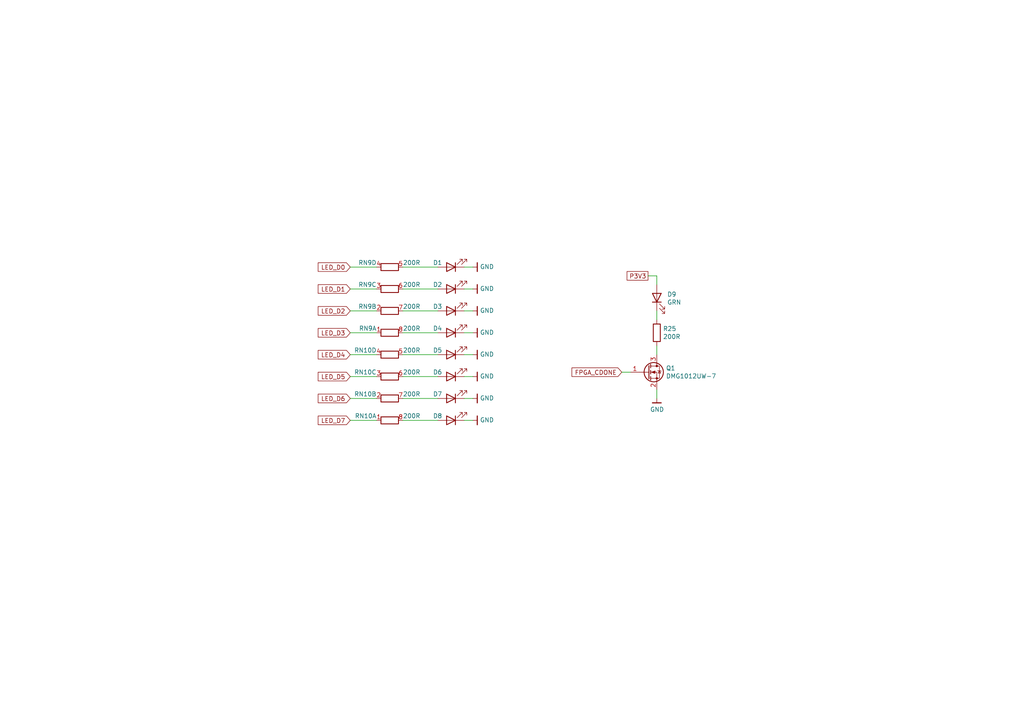
<source format=kicad_sch>
(kicad_sch (version 20231120) (generator "eeschema") (generator_version "8.0")
  (paper "A4")
  (lib_symbols
    (symbol "Device:LED" (pin_numbers hide) (pin_names (offset 1.016) hide)
      (property "Reference" "D" (at 0 2.54 0))
      (property "Value" "LED" (at 0 -2.54 0))
      (symbol "LED_0_1"
        (polyline (pts (xy -1.27 -1.27) (xy -1.27 1.27)) (stroke (width 0.254)))
        (polyline (pts (xy -1.27 0) (xy 1.27 0)))
        (polyline (pts (xy 1.27 -1.27) (xy 1.27 1.27) (xy -1.27 0) (xy 1.27 -1.27)) (stroke (width 0.254)))
        (polyline (pts (xy -3.048 -0.762) (xy -4.572 -2.286) (xy -3.81 -2.286) (xy -4.572 -2.286) (xy -4.572 -1.524)))
        (polyline (pts (xy -1.778 -0.762) (xy -3.302 -2.286) (xy -2.54 -2.286) (xy -3.302 -2.286) (xy -3.302 -1.524)))
      )
      (symbol "LED_1_1"
        (pin passive line (at -3.81 0 0) (length 2.54) (name "K") (number "1"))
        (pin passive line (at 3.81 0 180) (length 2.54) (name "A") (number "2"))
      )
    )
    (symbol "Device:Q_NMOS_GSD" (pin_names (offset 0) hide)
      (property "Reference" "Q" (at 5.08 1.27 0))
      (property "Value" "Q_NMOS_GSD" (at 5.08 -1.27 0))
      (symbol "Q_NMOS_GSD_0_1"
        (polyline (pts (xy 0.254 0) (xy -2.54 0)))
        (polyline (pts (xy 0.254 1.905) (xy 0.254 -1.905)) (stroke (width 0.254)))
        (polyline (pts (xy 0.762 -1.27) (xy 0.762 -2.286)) (stroke (width 0.254)))
        (polyline (pts (xy 0.762 0.508) (xy 0.762 -0.508)) (stroke (width 0.254)))
        (polyline (pts (xy 0.762 2.286) (xy 0.762 1.27)) (stroke (width 0.254)))
        (polyline (pts (xy 2.54 2.54) (xy 2.54 1.778)))
        (polyline (pts (xy 2.54 -2.54) (xy 2.54 0) (xy 0.762 0)))
        (polyline (pts (xy 0.762 -1.778) (xy 3.302 -1.778) (xy 3.302 1.778) (xy 0.762 1.778)))
        (polyline (pts (xy 1.016 0) (xy 2.032 0.381) (xy 2.032 -0.381) (xy 1.016 0)) (fill (type outline)))
        (polyline (pts (xy 2.794 0.508) (xy 2.921 0.381) (xy 3.683 0.381) (xy 3.81 0.254)))
        (polyline (pts (xy 3.302 0.381) (xy 2.921 -0.254) (xy 3.683 -0.254) (xy 3.302 0.381)))
        (circle (center 1.651 0) (radius 2.794) (stroke (width 0.254)))
        (circle (center 2.54 -1.778) (radius 0.254) (fill (type outline)))
        (circle (center 2.54 1.778) (radius 0.254) (fill (type outline)))
      )
      (symbol "Q_NMOS_GSD_1_1"
        (pin input line (at -5.08 0 0) (length 2.54) (name "G") (number "1"))
        (pin passive line (at 2.54 -5.08 90) (length 2.54) (name "S") (number "2"))
        (pin passive line (at 2.54 5.08 270) (length 2.54) (name "D") (number "3"))
      )
    )
    (symbol "Device:R" (pin_numbers hide) (pin_names (offset 0))
      (property "Reference" "R" (at 2.032 0 90))
      (property "Value" "R" (at 0 0 90))
      (symbol "R_0_1"
        (rectangle (start -1.016 -2.54) (end 1.016 2.54) (stroke (width 0.254)))
      )
      (symbol "R_1_1"
        (pin passive line (at 0 3.81 270) (length 1.27) (name "~") (number "1"))
        (pin passive line (at 0 -3.81 90) (length 1.27) (name "~") (number "2"))
      )
    )
    (symbol "Device:R_Pack04_Split" (pin_names (offset 0) hide)
      (property "Reference" "RN" (at 2.032 0 90))
      (property "Value" "R_Pack04_Split" (at 0 0 90))
      (symbol "R_Pack04_Split_0_1"
        (rectangle (start 1.016 2.54) (end -1.016 -2.54) (stroke (width 0.254)))
      )
      (symbol "R_Pack04_Split_1_1"
        (pin passive line (at 0 -3.81 90) (length 1.27) (name "R1.1") (number "1"))
        (pin passive line (at 0 3.81 270) (length 1.27) (name "R1.2") (number "8"))
      )
      (symbol "R_Pack04_Split_2_1"
        (pin passive line (at 0 -3.81 90) (length 1.27) (name "R2.1") (number "2"))
        (pin passive line (at 0 3.81 270) (length 1.27) (name "R2.2") (number "7"))
      )
      (symbol "R_Pack04_Split_3_1"
        (pin passive line (at 0 -3.81 90) (length 1.27) (name "R3.1") (number "3"))
        (pin passive line (at 0 3.81 270) (length 1.27) (name "R3.2") (number "6"))
      )
      (symbol "R_Pack04_Split_4_1"
        (pin passive line (at 0 -3.81 90) (length 1.27) (name "R4.1") (number "4"))
        (pin passive line (at 0 3.81 270) (length 1.27) (name "R4.2") (number "5"))
      )
    )
    (symbol "ng_power:GND" (power) (pin_names (offset 0))
      (property "Value" "GND" (at 0 -2.54 0))
      (symbol "GND_0_1"
        (polyline (pts (xy 0 -1.27) (xy 0 0)))
        (polyline (pts (xy 1.27 -1.27) (xy -1.27 -1.27)) (stroke (width 0.3048)))
      )
      (symbol "GND_1_1"
        (pin power_in line (at 0 0 270) (length 0) hide (name "GND") (number "1"))
      )
    )
  )
  (wire (pts (xy 109.22 96.52) (xy 101.6 96.52)))
  (wire (pts (xy 134.62 83.82) (xy 137.16 83.82)))
  (wire (pts (xy 190.5 82.55) (xy 190.5 80.01)))
  (wire (pts (xy 109.22 121.92) (xy 101.6 121.92)))
  (wire (pts (xy 116.84 83.82) (xy 127 83.82)))
  (wire (pts (xy 134.62 115.57) (xy 137.16 115.57)))
  (wire (pts (xy 134.62 96.52) (xy 137.16 96.52)))
  (wire (pts (xy 190.5 102.87) (xy 190.5 100.33)))
  (wire (pts (xy 116.84 115.57) (xy 127 115.57)))
  (wire (pts (xy 182.88 107.95) (xy 180.34 107.95)))
  (wire (pts (xy 109.22 83.82) (xy 101.6 83.82)))
  (wire (pts (xy 109.22 109.22) (xy 101.6 109.22)))
  (wire (pts (xy 190.5 92.71) (xy 190.5 90.17)))
  (wire (pts (xy 134.62 109.22) (xy 137.16 109.22)))
  (wire (pts (xy 109.22 102.87) (xy 101.6 102.87)))
  (wire (pts (xy 134.62 102.87) (xy 137.16 102.87)))
  (wire (pts (xy 116.84 121.92) (xy 127 121.92)))
  (wire (pts (xy 116.84 77.47) (xy 127 77.47)))
  (wire (pts (xy 116.84 102.87) (xy 127 102.87)))
  (wire (pts (xy 109.22 77.47) (xy 101.6 77.47)))
  (wire (pts (xy 134.62 121.92) (xy 137.16 121.92)))
  (wire (pts (xy 109.22 115.57) (xy 101.6 115.57)))
  (wire (pts (xy 116.84 109.22) (xy 127 109.22)))
  (wire (pts (xy 116.84 90.17) (xy 127 90.17)))
  (wire (pts (xy 190.5 113.03) (xy 190.5 115.57)))
  (wire (pts (xy 109.22 90.17) (xy 101.6 90.17)))
  (wire (pts (xy 134.62 77.47) (xy 137.16 77.47)))
  (wire (pts (xy 134.62 90.17) (xy 137.16 90.17)))
  (wire (pts (xy 190.5 80.01) (xy 187.96 80.01)))
  (wire (pts (xy 116.84 96.52) (xy 127 96.52)))
  (global_label "LED_D2" (shape input) (at 101.6 90.17 180) (property "Intersheetrefs" "${INTERSHEET_REFS}" (effects (hide yes))))
  (global_label "P3V3" (shape passive) (at 187.96 80.01 180) (property "Intersheetrefs" "${INTERSHEET_REFS}" (effects (hide yes))))
  (global_label "LED_D1" (shape input) (at 101.6 83.82 180) (property "Intersheetrefs" "${INTERSHEET_REFS}" (effects (hide yes))))
  (global_label "LED_D5" (shape input) (at 101.6 109.22 180) (property "Intersheetrefs" "${INTERSHEET_REFS}" (effects (hide yes))))
  (global_label "LED_D6" (shape input) (at 101.6 115.57 180) (property "Intersheetrefs" "${INTERSHEET_REFS}" (effects (hide yes))))
  (global_label "LED_D3" (shape input) (at 101.6 96.52 180) (property "Intersheetrefs" "${INTERSHEET_REFS}" (effects (hide yes))))
  (global_label "FPGA_CDONE" (shape input) (at 180.34 107.95 180) (property "Intersheetrefs" "${INTERSHEET_REFS}" (effects (hide yes))))
  (global_label "LED_D4" (shape input) (at 101.6 102.87 180) (property "Intersheetrefs" "${INTERSHEET_REFS}" (effects (hide yes))))
  (global_label "LED_D7" (shape input) (at 101.6 121.92 180) (property "Intersheetrefs" "${INTERSHEET_REFS}" (effects (hide yes))))
  (global_label "LED_D0" (shape input) (at 101.6 77.47 180) (property "Intersheetrefs" "${INTERSHEET_REFS}" (effects (hide yes))))
  (symbol (lib_id "Device:LED") (at 130.81 77.47 180) (unit 1)
    (property "Reference" "D1" (at 128.27 76.2 0) (effects (justify left)))
    (property "Value" "GRN" (effects (hide yes)))
    (property "Footprint" "Diode_SMD:D_0603_1608Metric" (effects (hide yes)))
    (property "MFR" "Lite-On" (effects (hide yes)))
    (property "MPN" "LTST-C191KGKT" (effects (hide yes)))
  )
  (symbol (lib_id "Device:R_Pack04_Split") (at 113.03 96.52 270) (unit 1)
    (property "Reference" "RN9" (at 109.22 95.25 90) (effects (justify right)))
    (property "Value" "200R" (at 116.84 95.25 90) (effects (justify left)))
    (property "Footprint" "Resistor_SMD:R_Array_Convex_4x0603" (effects (hide yes)))
    (property "MFR" "Yageo" (effects (hide yes)))
    (property "MPN" "YC164-JR-07200RL" (effects (hide yes)))
  )
  (symbol (lib_id "Device:LED") (at 130.81 83.82 180) (unit 1)
    (property "Reference" "D2" (at 128.27 82.55 0) (effects (justify left)))
    (property "Value" "GRN" (effects (hide yes)))
    (property "Footprint" "Diode_SMD:D_0603_1608Metric" (effects (hide yes)))
    (property "MFR" "Lite-On" (effects (hide yes)))
    (property "MPN" "LTST-C191KGKT" (effects (hide yes)))
  )
  (symbol (lib_id "Device:R_Pack04_Split") (at 113.03 90.17 270) (unit 2)
    (property "Reference" "RN9" (at 109.22 88.9 90) (effects (justify right)))
    (property "Value" "200R" (at 116.84 88.9 90) (effects (justify left)))
    (property "Footprint" "Resistor_SMD:R_Array_Convex_4x0603" (effects (hide yes)))
    (property "MFR" "Yageo" (effects (hide yes)))
    (property "MPN" "YC164-JR-07200RL" (effects (hide yes)))
  )
  (symbol (lib_id "Device:LED") (at 130.81 90.17 180) (unit 1)
    (property "Reference" "D3" (at 128.27 88.9 0) (effects (justify left)))
    (property "Value" "GRN" (effects (hide yes)))
    (property "Footprint" "Diode_SMD:D_0603_1608Metric" (effects (hide yes)))
    (property "MFR" "Lite-On" (effects (hide yes)))
    (property "MPN" "LTST-C191KGKT" (effects (hide yes)))
  )
  (symbol (lib_id "Device:R_Pack04_Split") (at 113.03 83.82 270) (unit 3)
    (property "Reference" "RN9" (at 109.22 82.55 90) (effects (justify right)))
    (property "Value" "200R" (at 116.84 82.55 90) (effects (justify left)))
    (property "Footprint" "Resistor_SMD:R_Array_Convex_4x0603" (effects (hide yes)))
    (property "MFR" "Yageo" (effects (hide yes)))
    (property "MPN" "YC164-JR-07200RL" (effects (hide yes)))
  )
  (symbol (lib_id "Device:LED") (at 130.81 96.52 180) (unit 1)
    (property "Reference" "D4" (at 128.27 95.25 0) (effects (justify left)))
    (property "Value" "GRN" (effects (hide yes)))
    (property "Footprint" "Diode_SMD:D_0603_1608Metric" (effects (hide yes)))
    (property "MFR" "Lite-On" (effects (hide yes)))
    (property "MPN" "LTST-C191KGKT" (effects (hide yes)))
  )
  (symbol (lib_id "Device:R_Pack04_Split") (at 113.03 77.47 270) (unit 4)
    (property "Reference" "RN9" (at 109.22 76.2 90) (effects (justify right)))
    (property "Value" "200R" (at 116.84 76.2 90) (effects (justify left)))
    (property "Footprint" "Resistor_SMD:R_Array_Convex_4x0603" (effects (hide yes)))
    (property "MFR" "Yageo" (effects (hide yes)))
    (property "MPN" "YC164-JR-07200RL" (effects (hide yes)))
  )
  (symbol (lib_id "ng_power:GND") (at 137.16 77.47 90) (unit 1)
    (property "Reference" "#PWR058" (effects (hide yes)))
    (property "Value" "GND" (at 139.192 77.3684 90) (effects (justify right)))
  )
  (symbol (lib_id "ng_power:GND") (at 137.16 83.82 90) (unit 1)
    (property "Reference" "#PWR059" (effects (hide yes)))
    (property "Value" "GND" (at 139.192 83.7184 90) (effects (justify right)))
  )
  (symbol (lib_id "ng_power:GND") (at 137.16 90.17 90) (unit 1)
    (property "Reference" "#PWR060" (effects (hide yes)))
    (property "Value" "GND" (at 139.192 90.0684 90) (effects (justify right)))
  )
  (symbol (lib_id "ng_power:GND") (at 137.16 96.52 90) (unit 1)
    (property "Reference" "#PWR061" (effects (hide yes)))
    (property "Value" "GND" (at 139.192 96.4184 90) (effects (justify right)))
  )
  (symbol (lib_id "Device:LED") (at 130.81 102.87 180) (unit 1)
    (property "Reference" "D5" (at 128.27 101.6 0) (effects (justify left)))
    (property "Value" "GRN" (effects (hide yes)))
    (property "Footprint" "Diode_SMD:D_0603_1608Metric" (effects (hide yes)))
    (property "MFR" "Lite-On" (effects (hide yes)))
    (property "MPN" "LTST-C191KGKT" (effects (hide yes)))
  )
  (symbol (lib_id "Device:R_Pack04_Split") (at 113.03 121.92 270) (unit 1)
    (property "Reference" "RN10" (at 109.22 120.65 90) (effects (justify right)))
    (property "Value" "200R" (at 116.84 120.65 90) (effects (justify left)))
    (property "Footprint" "Resistor_SMD:R_Array_Convex_4x0603" (effects (hide yes)))
    (property "MFR" "Yageo" (effects (hide yes)))
    (property "MPN" "YC164-JR-07200RL" (effects (hide yes)))
  )
  (symbol (lib_id "Device:LED") (at 130.81 109.22 180) (unit 1)
    (property "Reference" "D6" (at 128.27 107.95 0) (effects (justify left)))
    (property "Value" "GRN" (effects (hide yes)))
    (property "Footprint" "Diode_SMD:D_0603_1608Metric" (effects (hide yes)))
    (property "MFR" "Lite-On" (effects (hide yes)))
    (property "MPN" "LTST-C191KGKT" (effects (hide yes)))
  )
  (symbol (lib_id "Device:R_Pack04_Split") (at 113.03 115.57 270) (unit 2)
    (property "Reference" "RN10" (at 109.22 114.3 90) (effects (justify right)))
    (property "Value" "200R" (at 116.84 114.3 90) (effects (justify left)))
    (property "Footprint" "Resistor_SMD:R_Array_Convex_4x0603" (effects (hide yes)))
    (property "MFR" "Yageo" (effects (hide yes)))
    (property "MPN" "YC164-JR-07200RL" (effects (hide yes)))
  )
  (symbol (lib_id "Device:LED") (at 130.81 115.57 180) (unit 1)
    (property "Reference" "D7" (at 128.27 114.3 0) (effects (justify left)))
    (property "Value" "GRN" (effects (hide yes)))
    (property "Footprint" "Diode_SMD:D_0603_1608Metric" (effects (hide yes)))
    (property "MFR" "Lite-On" (effects (hide yes)))
    (property "MPN" "LTST-C191KGKT" (effects (hide yes)))
  )
  (symbol (lib_id "Device:R_Pack04_Split") (at 113.03 109.22 270) (unit 3)
    (property "Reference" "RN10" (at 109.22 107.95 90) (effects (justify right)))
    (property "Value" "200R" (at 116.84 107.95 90) (effects (justify left)))
    (property "Footprint" "Resistor_SMD:R_Array_Convex_4x0603" (effects (hide yes)))
    (property "MFR" "Yageo" (effects (hide yes)))
    (property "MPN" "YC164-JR-07200RL" (effects (hide yes)))
  )
  (symbol (lib_id "Device:LED") (at 130.81 121.92 180) (unit 1)
    (property "Reference" "D8" (at 128.27 120.65 0) (effects (justify left)))
    (property "Value" "GRN" (effects (hide yes)))
    (property "Footprint" "Diode_SMD:D_0603_1608Metric" (effects (hide yes)))
    (property "MFR" "Lite-On" (effects (hide yes)))
    (property "MPN" "LTST-C191KGKT" (effects (hide yes)))
  )
  (symbol (lib_id "Device:R_Pack04_Split") (at 113.03 102.87 270) (unit 4)
    (property "Reference" "RN10" (at 109.22 101.6 90) (effects (justify right)))
    (property "Value" "200R" (at 116.84 101.6 90) (effects (justify left)))
    (property "Footprint" "Resistor_SMD:R_Array_Convex_4x0603" (effects (hide yes)))
    (property "MFR" "Yageo" (effects (hide yes)))
    (property "MPN" "YC164-JR-07200RL" (effects (hide yes)))
  )
  (symbol (lib_id "ng_power:GND") (at 137.16 102.87 90) (unit 1)
    (property "Reference" "#PWR062" (effects (hide yes)))
    (property "Value" "GND" (at 139.192 102.7684 90) (effects (justify right)))
  )
  (symbol (lib_id "ng_power:GND") (at 137.16 109.22 90) (unit 1)
    (property "Reference" "#PWR063" (effects (hide yes)))
    (property "Value" "GND" (at 139.192 109.1184 90) (effects (justify right)))
  )
  (symbol (lib_id "ng_power:GND") (at 137.16 115.57 90) (unit 1)
    (property "Reference" "#PWR069" (effects (hide yes)))
    (property "Value" "GND" (at 139.192 115.4684 90) (effects (justify right)))
  )
  (symbol (lib_id "ng_power:GND") (at 137.16 121.92 90) (unit 1)
    (property "Reference" "#PWR070" (effects (hide yes)))
    (property "Value" "GND" (at 139.192 121.8184 90) (effects (justify right)))
  )
  (symbol (lib_id "Device:Q_NMOS_GSD") (at 187.96 107.95 0) (unit 1)
    (property "Reference" "Q1" (at 193.1416 106.7816 0) (effects (justify left)))
    (property "Value" "DMG1012UW-7" (at 193.1416 109.093 0) (effects (justify left)))
    (property "Footprint" "Package_TO_SOT_SMD:SOT-323_SC-70" (effects (hide yes)))
    (property "Datasheet" "https://datasheet.lcsc.com/szlcsc/1811061813_ON-Semiconductor-FDV301N_C15310.pdf" (effects (hide yes)))
    (property "MFR" "Diodes" (effects (hide yes)))
    (property "MPN" "DMG1012UW-7" (effects (hide yes)))
  )
  (symbol (lib_id "Device:R") (at 190.5 96.52 0) (unit 1)
    (property "Reference" "R25" (at 192.278 95.3516 0) (effects (justify left)))
    (property "Value" "200R" (at 192.278 97.663 0) (effects (justify left)))
    (property "Footprint" "Resistor_SMD:R_0402_1005Metric" (effects (hide yes)))
    (property "MPN" "RC0402JR-07200RL" (effects (hide yes)))
    (property "MFR" "Yageo" (effects (hide yes)))
  )
  (symbol (lib_id "ng_power:GND") (at 190.5 115.57 0) (unit 1)
    (property "Reference" "#PWR071" (effects (hide yes)))
    (property "Value" "GND" (at 190.5762 118.7704 0))
  )
  (symbol (lib_id "Device:LED") (at 190.5 86.36 90) (unit 1)
    (property "Reference" "D9" (at 193.4972 85.3694 90) (effects (justify right)))
    (property "Value" "GRN" (at 193.4972 87.6808 90) (effects (justify right)))
    (property "Footprint" "Diode_SMD:D_0603_1608Metric" (effects (hide yes)))
    (property "MFR" "Lite-On" (effects (hide yes)))
    (property "MPN" "LTST-C191KGKT" (effects (hide yes)))
  )
)
</source>
